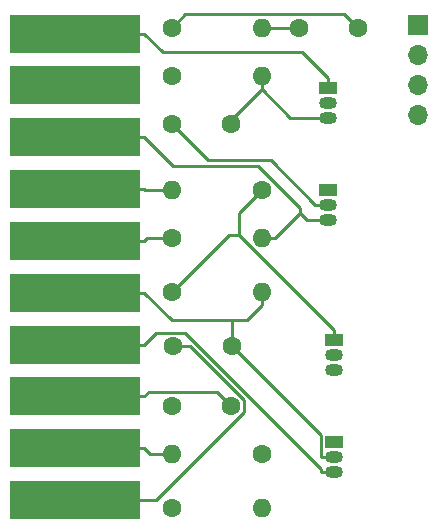
<source format=gbr>
G04 #@! TF.GenerationSoftware,KiCad,Pcbnew,(5.0.1)-3*
G04 #@! TF.CreationDate,2018-11-23T20:27:27-05:00*
G04 #@! TF.ProjectId,OdysseyDaughterCardFlipFlop,4F647973736579446175676874657243,1.0*
G04 #@! TF.SameCoordinates,Original*
G04 #@! TF.FileFunction,Copper,L2,Bot,Signal*
G04 #@! TF.FilePolarity,Positive*
%FSLAX46Y46*%
G04 Gerber Fmt 4.6, Leading zero omitted, Abs format (unit mm)*
G04 Created by KiCad (PCBNEW (5.0.1)-3) date 11/23/2018 8:27:27 PM*
%MOMM*%
%LPD*%
G01*
G04 APERTURE LIST*
G04 #@! TA.AperFunction,SMDPad,CuDef*
%ADD10R,11.000000X3.250000*%
G04 #@! TD*
G04 #@! TA.AperFunction,ComponentPad*
%ADD11C,1.600000*%
G04 #@! TD*
G04 #@! TA.AperFunction,ComponentPad*
%ADD12O,1.500000X1.050000*%
G04 #@! TD*
G04 #@! TA.AperFunction,ComponentPad*
%ADD13R,1.500000X1.050000*%
G04 #@! TD*
G04 #@! TA.AperFunction,ComponentPad*
%ADD14O,1.600000X1.600000*%
G04 #@! TD*
G04 #@! TA.AperFunction,ComponentPad*
%ADD15R,1.700000X1.700000*%
G04 #@! TD*
G04 #@! TA.AperFunction,ComponentPad*
%ADD16O,1.700000X1.700000*%
G04 #@! TD*
G04 #@! TA.AperFunction,Conductor*
%ADD17C,0.250000*%
G04 #@! TD*
G04 APERTURE END LIST*
D10*
G04 #@! TO.P,X1,10*
G04 #@! TO.N,/Card10*
X129000000Y-81250000D03*
G04 #@! TO.P,X1,9*
G04 #@! TO.N,N/C*
X129000000Y-85638888D03*
G04 #@! TO.P,X1,8*
G04 #@! TO.N,/Card8*
X129000000Y-90027776D03*
G04 #@! TO.P,X1,7*
G04 #@! TO.N,/Card7*
X129000000Y-94416664D03*
G04 #@! TO.P,X1,6*
G04 #@! TO.N,/Card6*
X129000000Y-98805552D03*
G04 #@! TO.P,X1,5*
G04 #@! TO.N,/Card5*
X129000000Y-103194440D03*
G04 #@! TO.P,X1,4*
G04 #@! TO.N,GND*
X129000000Y-107583328D03*
G04 #@! TO.P,X1,3*
G04 #@! TO.N,/Card3*
X129000000Y-111972216D03*
G04 #@! TO.P,X1,2*
G04 #@! TO.N,/Card2*
X129000000Y-116361104D03*
G04 #@! TO.P,X1,1*
G04 #@! TO.N,/Card1*
X129000000Y-120749992D03*
G04 #@! TD*
D11*
G04 #@! TO.P,C1,2*
G04 #@! TO.N,/Card7*
X142160000Y-88900000D03*
G04 #@! TO.P,C1,1*
G04 #@! TO.N,Net-(C1-Pad1)*
X137160000Y-88900000D03*
G04 #@! TD*
G04 #@! TO.P,C2,2*
G04 #@! TO.N,Net-(C2-Pad2)*
X147908000Y-80772000D03*
G04 #@! TO.P,C2,1*
G04 #@! TO.N,/Card8*
X152908000Y-80772000D03*
G04 #@! TD*
G04 #@! TO.P,C3,1*
G04 #@! TO.N,/Card5*
X142240000Y-107696000D03*
G04 #@! TO.P,C3,2*
G04 #@! TO.N,/Card1*
X137240000Y-107696000D03*
G04 #@! TD*
G04 #@! TO.P,C4,1*
G04 #@! TO.N,/Card2*
X137160000Y-112776000D03*
G04 #@! TO.P,C4,2*
G04 #@! TO.N,/Card3*
X142160000Y-112776000D03*
G04 #@! TD*
D12*
G04 #@! TO.P,Q1,2*
G04 #@! TO.N,Net-(C2-Pad2)*
X150368000Y-87122000D03*
G04 #@! TO.P,Q1,3*
G04 #@! TO.N,/Card7*
X150368000Y-88392000D03*
D13*
G04 #@! TO.P,Q1,1*
G04 #@! TO.N,/Card10*
X150368000Y-85852000D03*
G04 #@! TD*
G04 #@! TO.P,Q2,1*
G04 #@! TO.N,/Card10*
X150368000Y-94488000D03*
D12*
G04 #@! TO.P,Q2,3*
G04 #@! TO.N,/Card8*
X150368000Y-97028000D03*
G04 #@! TO.P,Q2,2*
G04 #@! TO.N,Net-(C1-Pad1)*
X150368000Y-95758000D03*
G04 #@! TD*
G04 #@! TO.P,Q3,2*
G04 #@! TO.N,/Card3*
X150876000Y-108458000D03*
G04 #@! TO.P,Q3,3*
G04 #@! TO.N,GND*
X150876000Y-109728000D03*
D13*
G04 #@! TO.P,Q3,1*
G04 #@! TO.N,/Card1*
X150876000Y-107188000D03*
G04 #@! TD*
G04 #@! TO.P,Q4,1*
G04 #@! TO.N,/Card2*
X150876000Y-115824000D03*
D12*
G04 #@! TO.P,Q4,3*
G04 #@! TO.N,GND*
X150876000Y-118364000D03*
G04 #@! TO.P,Q4,2*
G04 #@! TO.N,/Card5*
X150876000Y-117094000D03*
G04 #@! TD*
D11*
G04 #@! TO.P,R1,1*
G04 #@! TO.N,Net-(C1-Pad1)*
X137160000Y-84836000D03*
D14*
G04 #@! TO.P,R1,2*
G04 #@! TO.N,/Card7*
X144780000Y-84836000D03*
G04 #@! TD*
G04 #@! TO.P,R2,2*
G04 #@! TO.N,Net-(C2-Pad2)*
X144780000Y-80772000D03*
D11*
G04 #@! TO.P,R2,1*
G04 #@! TO.N,/Card8*
X137160000Y-80772000D03*
G04 #@! TD*
D14*
G04 #@! TO.P,R3,2*
G04 #@! TO.N,/Card7*
X137160000Y-94488000D03*
D11*
G04 #@! TO.P,R3,1*
G04 #@! TO.N,/Card1*
X144780000Y-94488000D03*
G04 #@! TD*
D14*
G04 #@! TO.P,R4,2*
G04 #@! TO.N,/Card3*
X144780000Y-121412000D03*
D11*
G04 #@! TO.P,R4,1*
G04 #@! TO.N,/Card2*
X137160000Y-121412000D03*
G04 #@! TD*
G04 #@! TO.P,R5,1*
G04 #@! TO.N,/Card1*
X137160000Y-103124000D03*
D14*
G04 #@! TO.P,R5,2*
G04 #@! TO.N,/Card5*
X144780000Y-103124000D03*
G04 #@! TD*
D11*
G04 #@! TO.P,R6,1*
G04 #@! TO.N,/Card6*
X137160000Y-98552000D03*
D14*
G04 #@! TO.P,R6,2*
G04 #@! TO.N,/Card8*
X144780000Y-98552000D03*
G04 #@! TD*
D11*
G04 #@! TO.P,R7,1*
G04 #@! TO.N,/Card6*
X144780000Y-116840000D03*
D14*
G04 #@! TO.P,R7,2*
G04 #@! TO.N,/Card2*
X137160000Y-116840000D03*
G04 #@! TD*
D15*
G04 #@! TO.P,J1,1*
G04 #@! TO.N,/Card10*
X157988000Y-80518000D03*
D16*
G04 #@! TO.P,J1,2*
G04 #@! TO.N,GND*
X157988000Y-83058000D03*
G04 #@! TO.P,J1,3*
G04 #@! TO.N,/Card5*
X157988000Y-85598000D03*
G04 #@! TO.P,J1,4*
G04 #@! TO.N,/Card3*
X157988000Y-88138000D03*
G04 #@! TD*
D17*
G04 #@! TO.N,/Card7*
X142160000Y-88581300D02*
X142160000Y-88900000D01*
X144780000Y-85961300D02*
X142160000Y-88581300D01*
X144780000Y-84836000D02*
X144780000Y-85961300D01*
X147210700Y-88392000D02*
X144780000Y-85961300D01*
X150368000Y-88392000D02*
X147210700Y-88392000D01*
X134896600Y-94488000D02*
X134825300Y-94416700D01*
X137160000Y-94488000D02*
X134896600Y-94488000D01*
X129000000Y-94416700D02*
X134825300Y-94416700D01*
G04 #@! TO.N,Net-(C1-Pad1)*
X140246100Y-91986100D02*
X137160000Y-88900000D01*
X145520800Y-91986100D02*
X140246100Y-91986100D01*
X149292700Y-95758000D02*
X145520800Y-91986100D01*
X150368000Y-95758000D02*
X149292700Y-95758000D01*
G04 #@! TO.N,Net-(C2-Pad2)*
X144780000Y-80772000D02*
X147908000Y-80772000D01*
G04 #@! TO.N,/Card8*
X151761700Y-79625700D02*
X152908000Y-80772000D01*
X138306300Y-79625700D02*
X151761700Y-79625700D01*
X137160000Y-80772000D02*
X138306300Y-79625700D01*
X129000000Y-90027800D02*
X134825300Y-90027800D01*
X144780000Y-98552000D02*
X145905300Y-98552000D01*
X137263800Y-92466300D02*
X134825300Y-90027800D01*
X144426500Y-92466300D02*
X137263800Y-92466300D01*
X148005800Y-96045600D02*
X144426500Y-92466300D01*
X148005800Y-96451500D02*
X148005800Y-96045600D01*
X148582300Y-97028000D02*
X148005800Y-96451500D01*
X150368000Y-97028000D02*
X148582300Y-97028000D01*
X148005800Y-96451500D02*
X145905300Y-98552000D01*
G04 #@! TO.N,/Card5*
X144780000Y-103124000D02*
X144780000Y-104249300D01*
X149800700Y-115256700D02*
X142240000Y-107696000D01*
X149800700Y-117094000D02*
X149800700Y-115256700D01*
X150876000Y-117094000D02*
X149800700Y-117094000D01*
X129000000Y-103194400D02*
X134825300Y-103194400D01*
X142240000Y-105519300D02*
X142240000Y-107696000D01*
X143510000Y-105519300D02*
X142240000Y-105519300D01*
X144780000Y-104249300D02*
X143510000Y-105519300D01*
X137150200Y-105519300D02*
X134825300Y-103194400D01*
X142240000Y-105519300D02*
X137150200Y-105519300D01*
G04 #@! TO.N,/Card1*
X150876000Y-107188000D02*
X150876000Y-106337700D01*
X142842600Y-96425400D02*
X142842600Y-98304300D01*
X144780000Y-94488000D02*
X142842600Y-96425400D01*
X141979700Y-98304300D02*
X142842600Y-98304300D01*
X137160000Y-103124000D02*
X141979700Y-98304300D01*
X142842600Y-98304300D02*
X150876000Y-106337700D01*
X135794700Y-120750000D02*
X129000000Y-120750000D01*
X143293300Y-113251400D02*
X135794700Y-120750000D01*
X143293300Y-112292800D02*
X143293300Y-113251400D01*
X138696500Y-107696000D02*
X143293300Y-112292800D01*
X137240000Y-107696000D02*
X138696500Y-107696000D01*
G04 #@! TO.N,/Card2*
X135304200Y-116840000D02*
X134825300Y-116361100D01*
X137160000Y-116840000D02*
X135304200Y-116840000D01*
X129000000Y-116361100D02*
X134825300Y-116361100D01*
G04 #@! TO.N,/Card3*
X135196000Y-111601500D02*
X134825300Y-111972200D01*
X140985500Y-111601500D02*
X135196000Y-111601500D01*
X142160000Y-112776000D02*
X140985500Y-111601500D01*
X129000000Y-111972200D02*
X134825300Y-111972200D01*
G04 #@! TO.N,/Card10*
X136379300Y-82804000D02*
X134825300Y-81250000D01*
X148170300Y-82804000D02*
X136379300Y-82804000D01*
X150368000Y-85001700D02*
X148170300Y-82804000D01*
X150368000Y-85852000D02*
X150368000Y-85001700D01*
X129000000Y-81250000D02*
X134825300Y-81250000D01*
G04 #@! TO.N,GND*
X149800700Y-118090800D02*
X149800700Y-118364000D01*
X138280500Y-106570600D02*
X149800700Y-118090800D01*
X135838000Y-106570600D02*
X138280500Y-106570600D01*
X134825300Y-107583300D02*
X135838000Y-106570600D01*
X129000000Y-107583300D02*
X134825300Y-107583300D01*
X150876000Y-118364000D02*
X149800700Y-118364000D01*
G04 #@! TO.N,/Card6*
X135078800Y-98552000D02*
X134825300Y-98805500D01*
X137160000Y-98552000D02*
X135078800Y-98552000D01*
X129000000Y-98805500D02*
X134825300Y-98805500D01*
G04 #@! TD*
M02*

</source>
